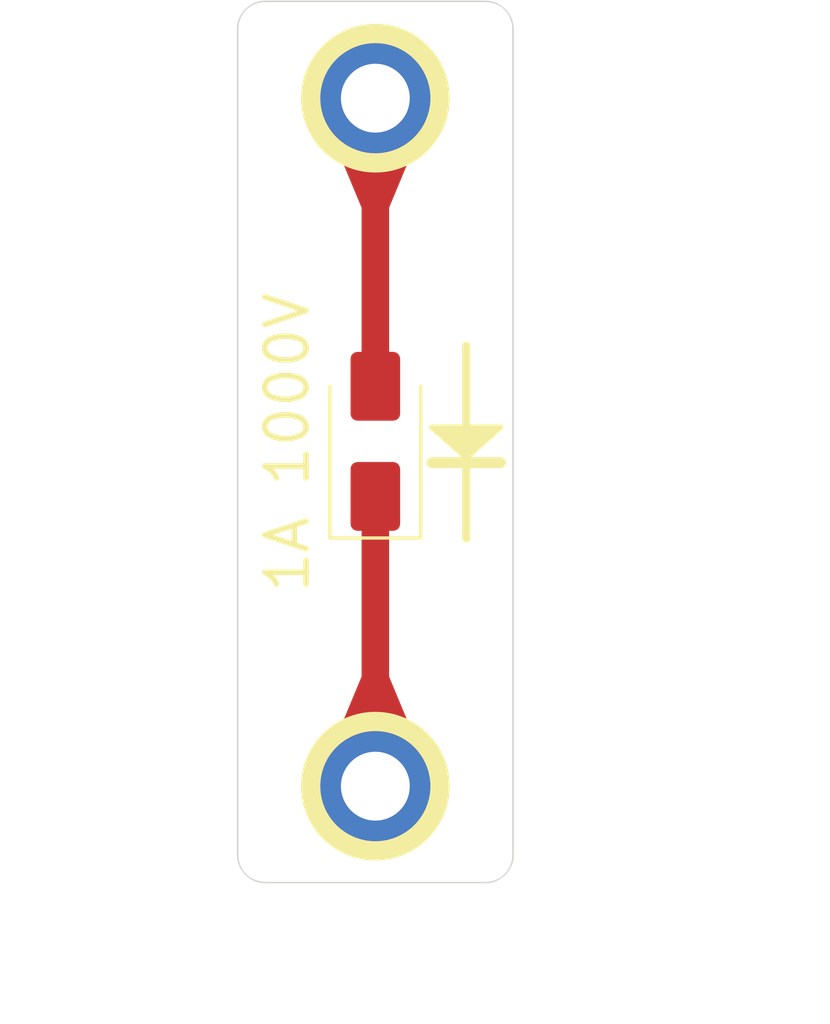
<source format=kicad_pcb>
(kicad_pcb (version 20240108) (generator "pcbnew") (generator_version "8.0")
  (layers (0 "F.Cu" signal) (31 "B.Cu" signal) (34 "B.Paste" user) (35 "F.Paste" user) (36 "B.SilkS" user "B.Silkscreen") (37 "F.SilkS" user "F.Silkscreen") (38 "B.Mask" user) (39 "F.Mask" user) (44 "Edge.Cuts" user))
  (net 0 "")
  (net 1 "Net-(D1-K)")
  (net 2 "Net-(D1-A)")
  (footprint "MountingHole:MountingHole_2.5mm_Pad" (layer "F.Cu") (at 168.25 71.3)
    (property "Reference" "J1")
    (property "Value" "Conn_01x01_Socket")
    (pad "1" thru_hole circle (at 0 0) (size 4 5) (drill 2.5) (layers "*.Cu" "*.Mask") (net 2 "Net-(D1-A)"))
  )
  (footprint "Diode_SMD:D_SMA" (layer "F.Cu") (at 168.25 83.761875 90)
    (property "Reference" "D1")
    (property "Value" "SM4007")
    (fp_line (start -3.51 -1.65) (end 2 -1.65) (stroke (width 0.12)) (layer "F.SilkS"))
    (fp_line (start -3.51 -1.65) (end -3.51 1.65) (stroke (width 0.12)) (layer "F.SilkS"))
    (fp_line (start -3.51 1.65) (end 2 1.65) (stroke (width 0.12)) (layer "F.SilkS"))
    (pad "1" smd roundrect (at -2 0 90) (size 2.5 1.8) (layers "F.Cu" "F.Paste" "F.Mask") (roundrect_rratio 0.1388888889) (net 1 "Net-(D1-K)"))
    (pad "2" smd roundrect (at 2 0 90) (size 2.5 1.8) (layers "F.Cu" "F.Paste" "F.Mask") (roundrect_rratio 0.1388888889) (net 2 "Net-(D1-A)"))
  )
  (footprint "MountingHole:MountingHole_2.5mm_Pad" (layer "F.Cu") (at 168.25 96.284375)
    (property "Reference" "J2")
    (property "Value" "Conn_01x01_Socket")
    (pad "1" thru_hole circle (at 0 0) (size 4 5) (drill 2.5) (layers "*.Cu" "*.Mask") (net 1 "Net-(D1-K)"))
  )
  (gr_poly (pts (xy 170.3 83.248915) (xy 172.8 83.248915) (xy 171.55 84.361931)) (stroke (width 0.2)) (fill solid) (layer "F.SilkS"))
  (gr_circle (center 168.25 96.284375) (end 170.6 96.284375) (stroke (width 0.7)) (fill none) (layer "F.SilkS"))
  (gr_line (start 170.3 84.534375) (end 172.8 84.534375) (stroke (width 0.4)) (layer "F.SilkS"))
  (gr_circle (center 168.25 71.3) (end 170.6 71.3) (stroke (width 0.7)) (fill none) (layer "F.SilkS"))
  (gr_line (start 171.55 84.534375) (end 171.55 87.284375) (stroke (width 0.3)) (layer "F.SilkS"))
  (gr_line (start 171.55 83.284375) (end 171.55 80.284375) (stroke (width 0.3)) (layer "F.SilkS"))
  (gr_arc (start 164.25 99.784375) (mid 163.542893 99.491482) (end 163.25 98.784375) (stroke (width 0.05)) (layer "Edge.Cuts"))
  (gr_line (start 163.25 98.784375) (end 163.25 68.784375) (stroke (width 0.05)) (layer "Edge.Cuts"))
  (gr_arc (start 163.25 68.784375) (mid 163.542893 68.077268) (end 164.25 67.784375) (stroke (width 0.05)) (layer "Edge.Cuts"))
  (gr_line (start 172.25 99.784375) (end 164.25 99.784375) (stroke (width 0.05)) (layer "Edge.Cuts"))
  (gr_line (start 173.25 68.784375) (end 173.25 98.784375) (stroke (width 0.05)) (layer "Edge.Cuts"))
  (gr_line (start 164.25 67.784375) (end 172.25 67.784375) (stroke (width 0.05)) (layer "Edge.Cuts"))
  (gr_arc (start 173.25 98.784375) (mid 172.957109 99.491485) (end 172.25 99.784375) (stroke (width 0.05)) (layer "Edge.Cuts"))
  (gr_arc (start 172.25 67.784375) (mid 172.957116 68.077267) (end 173.25 68.784375) (stroke (width 0.05)) (layer "Edge.Cuts"))
  (gr_text "1A 1000V" (at 165.927107 89.362945 90) (layer "F.SilkS") (effects (font (size 1.5 1.5) (thickness 0.2)) (justify left bottom)))
  (segment (start 168.25 85.761875) (end 168.25 96.284375) (width 1) (layer "F.Cu") (net 1))
  (segment (start 168.25 71.3) (end 168.25 81.761875) (width 1) (layer "F.Cu") (net 2))
)
</source>
